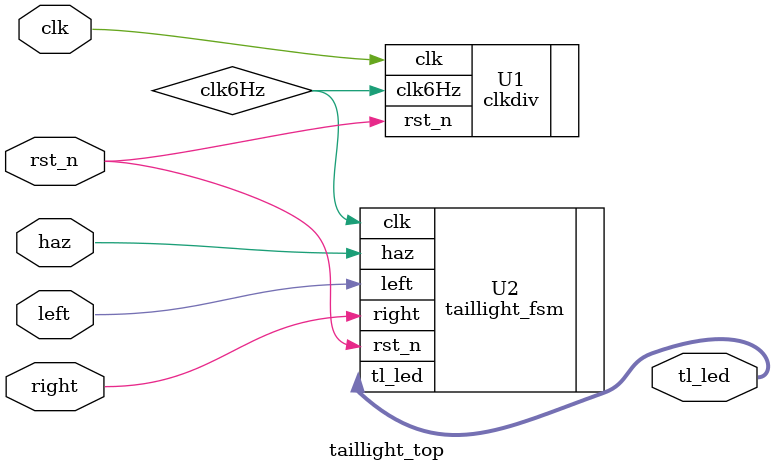
<source format=v>
`timescale 1ns / 1ps
module taillight_top( tl_led, clk, rst_n, haz, left, right
    );
	 
	 input clk, rst_n, haz, left, right;
	 output [5:0] tl_led;
	 
	 wire clk6Hz;
	 
	 clkdiv U1(.clk6Hz(clk6Hz), .clk(clk), .rst_n(rst_n));
	 taillight_fsm U2(.tl_led(tl_led), .clk(clk6Hz), .rst_n(rst_n), .haz(haz), .left(left), .right(right));

endmodule

</source>
